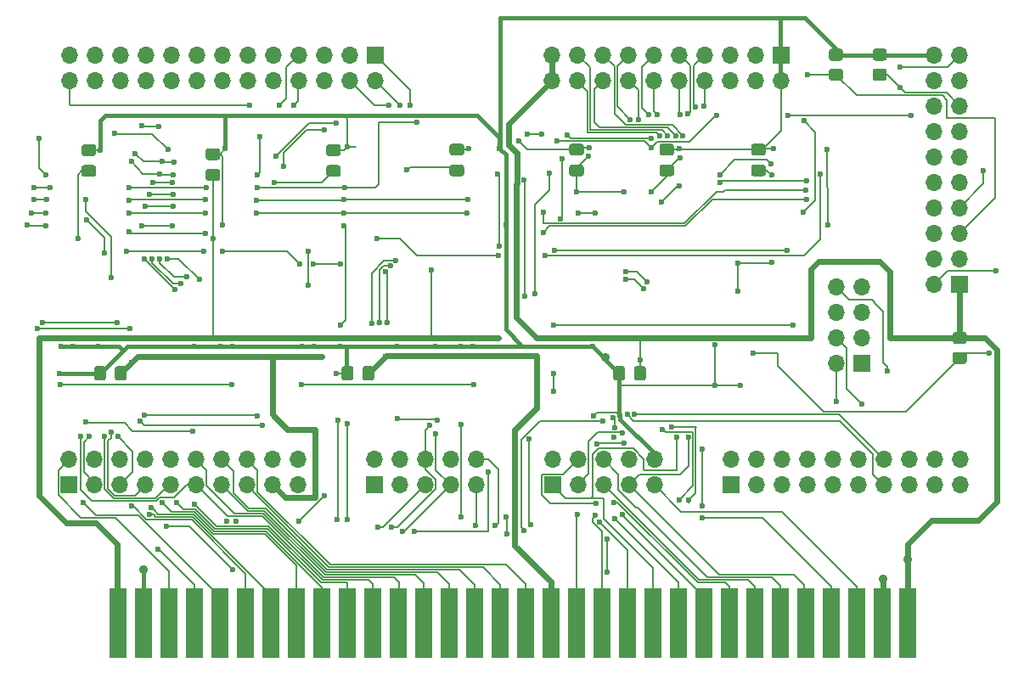
<source format=gbl>
G04 #@! TF.GenerationSoftware,KiCad,Pcbnew,(5.1.12-1-10_14)*
G04 #@! TF.CreationDate,2022-01-01T14:19:29-07:00*
G04 #@! TF.ProjectId,GenMemBlock,47656e4d-656d-4426-9c6f-636b2e6b6963,rev?*
G04 #@! TF.SameCoordinates,Original*
G04 #@! TF.FileFunction,Copper,L4,Bot*
G04 #@! TF.FilePolarity,Positive*
%FSLAX46Y46*%
G04 Gerber Fmt 4.6, Leading zero omitted, Abs format (unit mm)*
G04 Created by KiCad (PCBNEW (5.1.12-1-10_14)) date 2022-01-01 14:19:29*
%MOMM*%
%LPD*%
G01*
G04 APERTURE LIST*
G04 #@! TA.AperFunction,ComponentPad*
%ADD10O,1.700000X1.700000*%
G04 #@! TD*
G04 #@! TA.AperFunction,ComponentPad*
%ADD11R,1.700000X1.700000*%
G04 #@! TD*
G04 #@! TA.AperFunction,SMDPad,CuDef*
%ADD12R,1.778000X6.985000*%
G04 #@! TD*
G04 #@! TA.AperFunction,ViaPad*
%ADD13C,0.600000*%
G04 #@! TD*
G04 #@! TA.AperFunction,ViaPad*
%ADD14C,0.900000*%
G04 #@! TD*
G04 #@! TA.AperFunction,Conductor*
%ADD15C,0.127000*%
G04 #@! TD*
G04 #@! TA.AperFunction,Conductor*
%ADD16C,0.150000*%
G04 #@! TD*
G04 #@! TA.AperFunction,Conductor*
%ADD17C,0.600000*%
G04 #@! TD*
G04 #@! TA.AperFunction,Conductor*
%ADD18C,0.400000*%
G04 #@! TD*
G04 APERTURE END LIST*
D10*
X112268000Y-97282000D03*
X114808000Y-97282000D03*
X112268000Y-99822000D03*
X114808000Y-99822000D03*
X112268000Y-102362000D03*
X114808000Y-102362000D03*
X112268000Y-104902000D03*
D11*
X114808000Y-104902000D03*
D12*
X106680000Y-130810000D03*
X104140000Y-130810000D03*
X101600000Y-130810000D03*
X99060000Y-130810000D03*
X96520000Y-130810000D03*
X93980000Y-130810000D03*
X91440000Y-130810000D03*
X88900000Y-130810000D03*
X86360000Y-130810000D03*
X83820000Y-130810000D03*
X81280000Y-130810000D03*
X78740000Y-130810000D03*
X76200000Y-130810000D03*
X73660000Y-130810000D03*
X71120000Y-130810000D03*
X68580000Y-130810000D03*
X66040000Y-130810000D03*
X63500000Y-130810000D03*
X60960000Y-130810000D03*
X58420000Y-130810000D03*
X55880000Y-130810000D03*
X53340000Y-130810000D03*
X119380000Y-130810000D03*
X109220000Y-130810000D03*
X116840000Y-130810000D03*
X111760000Y-130810000D03*
X114300000Y-130810000D03*
X50800000Y-130810000D03*
X43180000Y-130810000D03*
X48260000Y-130810000D03*
X45720000Y-130810000D03*
X40640000Y-130810000D03*
G04 #@! TA.AperFunction,SMDPad,CuDef*
G36*
G01*
X124111599Y-103778000D02*
X125011601Y-103778000D01*
G75*
G02*
X125261600Y-104027999I0J-249999D01*
G01*
X125261600Y-104728001D01*
G75*
G02*
X125011601Y-104978000I-249999J0D01*
G01*
X124111599Y-104978000D01*
G75*
G02*
X123861600Y-104728001I0J249999D01*
G01*
X123861600Y-104027999D01*
G75*
G02*
X124111599Y-103778000I249999J0D01*
G01*
G37*
G04 #@! TD.AperFunction*
G04 #@! TA.AperFunction,SMDPad,CuDef*
G36*
G01*
X124111599Y-101778000D02*
X125011601Y-101778000D01*
G75*
G02*
X125261600Y-102027999I0J-249999D01*
G01*
X125261600Y-102728001D01*
G75*
G02*
X125011601Y-102978000I-249999J0D01*
G01*
X124111599Y-102978000D01*
G75*
G02*
X123861600Y-102728001I0J249999D01*
G01*
X123861600Y-102027999D01*
G75*
G02*
X124111599Y-101778000I249999J0D01*
G01*
G37*
G04 #@! TD.AperFunction*
D10*
X35789000Y-76690000D03*
X35789000Y-74150000D03*
X38329000Y-76690000D03*
X38329000Y-74150000D03*
X40869000Y-76690000D03*
X40869000Y-74150000D03*
X43409000Y-76690000D03*
X43409000Y-74150000D03*
X45949000Y-76690000D03*
X45949000Y-74150000D03*
X48489000Y-76690000D03*
X48489000Y-74150000D03*
X51029000Y-76690000D03*
X51029000Y-74150000D03*
X53569000Y-76690000D03*
X53569000Y-74150000D03*
X56109000Y-76690000D03*
X56109000Y-74150000D03*
X58649000Y-76690000D03*
X58649000Y-74150000D03*
X61189000Y-76690000D03*
X61189000Y-74150000D03*
X63729000Y-76690000D03*
X63729000Y-74150000D03*
X66269000Y-76690000D03*
D11*
X66269000Y-74150000D03*
G04 #@! TA.AperFunction,SMDPad,CuDef*
G36*
G01*
X38194000Y-84241000D02*
X37244000Y-84241000D01*
G75*
G02*
X36994000Y-83991000I0J250000D01*
G01*
X36994000Y-83316000D01*
G75*
G02*
X37244000Y-83066000I250000J0D01*
G01*
X38194000Y-83066000D01*
G75*
G02*
X38444000Y-83316000I0J-250000D01*
G01*
X38444000Y-83991000D01*
G75*
G02*
X38194000Y-84241000I-250000J0D01*
G01*
G37*
G04 #@! TD.AperFunction*
G04 #@! TA.AperFunction,SMDPad,CuDef*
G36*
G01*
X38194000Y-86316000D02*
X37244000Y-86316000D01*
G75*
G02*
X36994000Y-86066000I0J250000D01*
G01*
X36994000Y-85391000D01*
G75*
G02*
X37244000Y-85141000I250000J0D01*
G01*
X38194000Y-85141000D01*
G75*
G02*
X38444000Y-85391000I0J-250000D01*
G01*
X38444000Y-86066000D01*
G75*
G02*
X38194000Y-86316000I-250000J0D01*
G01*
G37*
G04 #@! TD.AperFunction*
D10*
X76327000Y-114503200D03*
X76327000Y-117043200D03*
X73787000Y-114503200D03*
X73787000Y-117043200D03*
X71247000Y-114503200D03*
X71247000Y-117043200D03*
X68707000Y-114503200D03*
X68707000Y-117043200D03*
X66167000Y-114503200D03*
D11*
X66167000Y-117043200D03*
G04 #@! TA.AperFunction,SMDPad,CuDef*
G36*
G01*
X74897000Y-84190200D02*
X73947000Y-84190200D01*
G75*
G02*
X73697000Y-83940200I0J250000D01*
G01*
X73697000Y-83265200D01*
G75*
G02*
X73947000Y-83015200I250000J0D01*
G01*
X74897000Y-83015200D01*
G75*
G02*
X75147000Y-83265200I0J-250000D01*
G01*
X75147000Y-83940200D01*
G75*
G02*
X74897000Y-84190200I-250000J0D01*
G01*
G37*
G04 #@! TD.AperFunction*
G04 #@! TA.AperFunction,SMDPad,CuDef*
G36*
G01*
X74897000Y-86265200D02*
X73947000Y-86265200D01*
G75*
G02*
X73697000Y-86015200I0J250000D01*
G01*
X73697000Y-85340200D01*
G75*
G02*
X73947000Y-85090200I250000J0D01*
G01*
X74897000Y-85090200D01*
G75*
G02*
X75147000Y-85340200I0J-250000D01*
G01*
X75147000Y-86015200D01*
G75*
G02*
X74897000Y-86265200I-250000J0D01*
G01*
G37*
G04 #@! TD.AperFunction*
G04 #@! TA.AperFunction,SMDPad,CuDef*
G36*
G01*
X94876600Y-85090200D02*
X95826600Y-85090200D01*
G75*
G02*
X96076600Y-85340200I0J-250000D01*
G01*
X96076600Y-86015200D01*
G75*
G02*
X95826600Y-86265200I-250000J0D01*
G01*
X94876600Y-86265200D01*
G75*
G02*
X94626600Y-86015200I0J250000D01*
G01*
X94626600Y-85340200D01*
G75*
G02*
X94876600Y-85090200I250000J0D01*
G01*
G37*
G04 #@! TD.AperFunction*
G04 #@! TA.AperFunction,SMDPad,CuDef*
G36*
G01*
X94876600Y-83015200D02*
X95826600Y-83015200D01*
G75*
G02*
X96076600Y-83265200I0J-250000D01*
G01*
X96076600Y-83940200D01*
G75*
G02*
X95826600Y-84190200I-250000J0D01*
G01*
X94876600Y-84190200D01*
G75*
G02*
X94626600Y-83940200I0J250000D01*
G01*
X94626600Y-83265200D01*
G75*
G02*
X94876600Y-83015200I250000J0D01*
G01*
G37*
G04 #@! TD.AperFunction*
G04 #@! TA.AperFunction,SMDPad,CuDef*
G36*
G01*
X92093200Y-106393000D02*
X92093200Y-105443000D01*
G75*
G02*
X92343200Y-105193000I250000J0D01*
G01*
X93018200Y-105193000D01*
G75*
G02*
X93268200Y-105443000I0J-250000D01*
G01*
X93268200Y-106393000D01*
G75*
G02*
X93018200Y-106643000I-250000J0D01*
G01*
X92343200Y-106643000D01*
G75*
G02*
X92093200Y-106393000I0J250000D01*
G01*
G37*
G04 #@! TD.AperFunction*
G04 #@! TA.AperFunction,SMDPad,CuDef*
G36*
G01*
X90018200Y-106393000D02*
X90018200Y-105443000D01*
G75*
G02*
X90268200Y-105193000I250000J0D01*
G01*
X90943200Y-105193000D01*
G75*
G02*
X91193200Y-105443000I0J-250000D01*
G01*
X91193200Y-106393000D01*
G75*
G02*
X90943200Y-106643000I-250000J0D01*
G01*
X90268200Y-106643000D01*
G75*
G02*
X90018200Y-106393000I0J250000D01*
G01*
G37*
G04 #@! TD.AperFunction*
G04 #@! TA.AperFunction,SMDPad,CuDef*
G36*
G01*
X40328000Y-106393000D02*
X40328000Y-105443000D01*
G75*
G02*
X40578000Y-105193000I250000J0D01*
G01*
X41253000Y-105193000D01*
G75*
G02*
X41503000Y-105443000I0J-250000D01*
G01*
X41503000Y-106393000D01*
G75*
G02*
X41253000Y-106643000I-250000J0D01*
G01*
X40578000Y-106643000D01*
G75*
G02*
X40328000Y-106393000I0J250000D01*
G01*
G37*
G04 #@! TD.AperFunction*
G04 #@! TA.AperFunction,SMDPad,CuDef*
G36*
G01*
X38253000Y-106393000D02*
X38253000Y-105443000D01*
G75*
G02*
X38503000Y-105193000I250000J0D01*
G01*
X39178000Y-105193000D01*
G75*
G02*
X39428000Y-105443000I0J-250000D01*
G01*
X39428000Y-106393000D01*
G75*
G02*
X39178000Y-106643000I-250000J0D01*
G01*
X38503000Y-106643000D01*
G75*
G02*
X38253000Y-106393000I0J250000D01*
G01*
G37*
G04 #@! TD.AperFunction*
G04 #@! TA.AperFunction,SMDPad,CuDef*
G36*
G01*
X65016800Y-106393000D02*
X65016800Y-105443000D01*
G75*
G02*
X65266800Y-105193000I250000J0D01*
G01*
X65941800Y-105193000D01*
G75*
G02*
X66191800Y-105443000I0J-250000D01*
G01*
X66191800Y-106393000D01*
G75*
G02*
X65941800Y-106643000I-250000J0D01*
G01*
X65266800Y-106643000D01*
G75*
G02*
X65016800Y-106393000I0J250000D01*
G01*
G37*
G04 #@! TD.AperFunction*
G04 #@! TA.AperFunction,SMDPad,CuDef*
G36*
G01*
X62941800Y-106393000D02*
X62941800Y-105443000D01*
G75*
G02*
X63191800Y-105193000I250000J0D01*
G01*
X63866800Y-105193000D01*
G75*
G02*
X64116800Y-105443000I0J-250000D01*
G01*
X64116800Y-106393000D01*
G75*
G02*
X63866800Y-106643000I-250000J0D01*
G01*
X63191800Y-106643000D01*
G75*
G02*
X62941800Y-106393000I0J250000D01*
G01*
G37*
G04 #@! TD.AperFunction*
G04 #@! TA.AperFunction,SMDPad,CuDef*
G36*
G01*
X85885000Y-85090200D02*
X86835000Y-85090200D01*
G75*
G02*
X87085000Y-85340200I0J-250000D01*
G01*
X87085000Y-86015200D01*
G75*
G02*
X86835000Y-86265200I-250000J0D01*
G01*
X85885000Y-86265200D01*
G75*
G02*
X85635000Y-86015200I0J250000D01*
G01*
X85635000Y-85340200D01*
G75*
G02*
X85885000Y-85090200I250000J0D01*
G01*
G37*
G04 #@! TD.AperFunction*
G04 #@! TA.AperFunction,SMDPad,CuDef*
G36*
G01*
X85885000Y-83015200D02*
X86835000Y-83015200D01*
G75*
G02*
X87085000Y-83265200I0J-250000D01*
G01*
X87085000Y-83940200D01*
G75*
G02*
X86835000Y-84190200I-250000J0D01*
G01*
X85885000Y-84190200D01*
G75*
G02*
X85635000Y-83940200I0J250000D01*
G01*
X85635000Y-83265200D01*
G75*
G02*
X85885000Y-83015200I250000J0D01*
G01*
G37*
G04 #@! TD.AperFunction*
G04 #@! TA.AperFunction,SMDPad,CuDef*
G36*
G01*
X104970600Y-84190200D02*
X104020600Y-84190200D01*
G75*
G02*
X103770600Y-83940200I0J250000D01*
G01*
X103770600Y-83265200D01*
G75*
G02*
X104020600Y-83015200I250000J0D01*
G01*
X104970600Y-83015200D01*
G75*
G02*
X105220600Y-83265200I0J-250000D01*
G01*
X105220600Y-83940200D01*
G75*
G02*
X104970600Y-84190200I-250000J0D01*
G01*
G37*
G04 #@! TD.AperFunction*
G04 #@! TA.AperFunction,SMDPad,CuDef*
G36*
G01*
X104970600Y-86265200D02*
X104020600Y-86265200D01*
G75*
G02*
X103770600Y-86015200I0J250000D01*
G01*
X103770600Y-85340200D01*
G75*
G02*
X104020600Y-85090200I250000J0D01*
G01*
X104970600Y-85090200D01*
G75*
G02*
X105220600Y-85340200I0J-250000D01*
G01*
X105220600Y-86015200D01*
G75*
G02*
X104970600Y-86265200I-250000J0D01*
G01*
G37*
G04 #@! TD.AperFunction*
G04 #@! TA.AperFunction,SMDPad,CuDef*
G36*
G01*
X50576500Y-84640000D02*
X49626500Y-84640000D01*
G75*
G02*
X49376500Y-84390000I0J250000D01*
G01*
X49376500Y-83715000D01*
G75*
G02*
X49626500Y-83465000I250000J0D01*
G01*
X50576500Y-83465000D01*
G75*
G02*
X50826500Y-83715000I0J-250000D01*
G01*
X50826500Y-84390000D01*
G75*
G02*
X50576500Y-84640000I-250000J0D01*
G01*
G37*
G04 #@! TD.AperFunction*
G04 #@! TA.AperFunction,SMDPad,CuDef*
G36*
G01*
X50576500Y-86715000D02*
X49626500Y-86715000D01*
G75*
G02*
X49376500Y-86465000I0J250000D01*
G01*
X49376500Y-85790000D01*
G75*
G02*
X49626500Y-85540000I250000J0D01*
G01*
X50576500Y-85540000D01*
G75*
G02*
X50826500Y-85790000I0J-250000D01*
G01*
X50826500Y-86465000D01*
G75*
G02*
X50576500Y-86715000I-250000J0D01*
G01*
G37*
G04 #@! TD.AperFunction*
G04 #@! TA.AperFunction,SMDPad,CuDef*
G36*
G01*
X62590700Y-84241000D02*
X61640700Y-84241000D01*
G75*
G02*
X61390700Y-83991000I0J250000D01*
G01*
X61390700Y-83316000D01*
G75*
G02*
X61640700Y-83066000I250000J0D01*
G01*
X62590700Y-83066000D01*
G75*
G02*
X62840700Y-83316000I0J-250000D01*
G01*
X62840700Y-83991000D01*
G75*
G02*
X62590700Y-84241000I-250000J0D01*
G01*
G37*
G04 #@! TD.AperFunction*
G04 #@! TA.AperFunction,SMDPad,CuDef*
G36*
G01*
X62590700Y-86316000D02*
X61640700Y-86316000D01*
G75*
G02*
X61390700Y-86066000I0J250000D01*
G01*
X61390700Y-85391000D01*
G75*
G02*
X61640700Y-85141000I250000J0D01*
G01*
X62590700Y-85141000D01*
G75*
G02*
X62840700Y-85391000I0J-250000D01*
G01*
X62840700Y-86066000D01*
G75*
G02*
X62590700Y-86316000I-250000J0D01*
G01*
G37*
G04 #@! TD.AperFunction*
D10*
X94107000Y-114503200D03*
X94107000Y-117043200D03*
X91567000Y-114503200D03*
X91567000Y-117043200D03*
X89027000Y-114503200D03*
X89027000Y-117043200D03*
X86487000Y-114503200D03*
X86487000Y-117043200D03*
X83947000Y-114503200D03*
D11*
X83947000Y-117043200D03*
D10*
X124587000Y-114503200D03*
X124587000Y-117043200D03*
X122047000Y-114503200D03*
X122047000Y-117043200D03*
X119507000Y-114503200D03*
X119507000Y-117043200D03*
X116967000Y-114503200D03*
X116967000Y-117043200D03*
X114427000Y-114503200D03*
X114427000Y-117043200D03*
X111887000Y-114503200D03*
X111887000Y-117043200D03*
X109347000Y-114503200D03*
X109347000Y-117043200D03*
X106807000Y-114503200D03*
X106807000Y-117043200D03*
X104267000Y-114503200D03*
X104267000Y-117043200D03*
X101727000Y-114503200D03*
D11*
X101727000Y-117043200D03*
D10*
X58572400Y-114503200D03*
X58572400Y-117043200D03*
X56032400Y-114503200D03*
X56032400Y-117043200D03*
X53492400Y-114503200D03*
X53492400Y-117043200D03*
X50952400Y-114503200D03*
X50952400Y-117043200D03*
X48412400Y-114503200D03*
X48412400Y-117043200D03*
X45872400Y-114503200D03*
X45872400Y-117043200D03*
X43332400Y-114503200D03*
X43332400Y-117043200D03*
X40792400Y-114503200D03*
X40792400Y-117043200D03*
X38252400Y-114503200D03*
X38252400Y-117043200D03*
X35712400Y-114503200D03*
D11*
X35712400Y-117043200D03*
D10*
X83921600Y-76690000D03*
X83921600Y-74150000D03*
X86461600Y-76690000D03*
X86461600Y-74150000D03*
X89001600Y-76690000D03*
X89001600Y-74150000D03*
X91541600Y-76690000D03*
X91541600Y-74150000D03*
X94081600Y-76690000D03*
X94081600Y-74150000D03*
X96621600Y-76690000D03*
X96621600Y-74150000D03*
X99161600Y-76690000D03*
X99161600Y-74150000D03*
X101701600Y-76690000D03*
X101701600Y-74150000D03*
X104241600Y-76690000D03*
X104241600Y-74150000D03*
X106781600Y-76690000D03*
D11*
X106781600Y-74150000D03*
D10*
X122037000Y-74140000D03*
X124577000Y-74140000D03*
X122037000Y-76680000D03*
X124577000Y-76680000D03*
X122037000Y-79220000D03*
X124577000Y-79220000D03*
X122037000Y-81760000D03*
X124577000Y-81760000D03*
X122037000Y-84300000D03*
X124577000Y-84300000D03*
X122037000Y-86840000D03*
X124577000Y-86840000D03*
X122037000Y-89380000D03*
X124577000Y-89380000D03*
X122037000Y-91920000D03*
X124577000Y-91920000D03*
X122037000Y-94460000D03*
X124577000Y-94460000D03*
X122037000Y-97000000D03*
D11*
X124577000Y-97000000D03*
G04 #@! TA.AperFunction,SMDPad,CuDef*
G36*
G01*
X112667201Y-74733200D02*
X111767199Y-74733200D01*
G75*
G02*
X111517200Y-74483201I0J249999D01*
G01*
X111517200Y-73783199D01*
G75*
G02*
X111767199Y-73533200I249999J0D01*
G01*
X112667201Y-73533200D01*
G75*
G02*
X112917200Y-73783199I0J-249999D01*
G01*
X112917200Y-74483201D01*
G75*
G02*
X112667201Y-74733200I-249999J0D01*
G01*
G37*
G04 #@! TD.AperFunction*
G04 #@! TA.AperFunction,SMDPad,CuDef*
G36*
G01*
X112667201Y-76733200D02*
X111767199Y-76733200D01*
G75*
G02*
X111517200Y-76483201I0J249999D01*
G01*
X111517200Y-75783199D01*
G75*
G02*
X111767199Y-75533200I249999J0D01*
G01*
X112667201Y-75533200D01*
G75*
G02*
X112917200Y-75783199I0J-249999D01*
G01*
X112917200Y-76483201D01*
G75*
G02*
X112667201Y-76733200I-249999J0D01*
G01*
G37*
G04 #@! TD.AperFunction*
G04 #@! TA.AperFunction,SMDPad,CuDef*
G36*
G01*
X117036001Y-74733200D02*
X116135999Y-74733200D01*
G75*
G02*
X115886000Y-74483201I0J249999D01*
G01*
X115886000Y-73783199D01*
G75*
G02*
X116135999Y-73533200I249999J0D01*
G01*
X117036001Y-73533200D01*
G75*
G02*
X117286000Y-73783199I0J-249999D01*
G01*
X117286000Y-74483201D01*
G75*
G02*
X117036001Y-74733200I-249999J0D01*
G01*
G37*
G04 #@! TD.AperFunction*
G04 #@! TA.AperFunction,SMDPad,CuDef*
G36*
G01*
X117036001Y-76733200D02*
X116135999Y-76733200D01*
G75*
G02*
X115886000Y-76483201I0J249999D01*
G01*
X115886000Y-75783199D01*
G75*
G02*
X116135999Y-75533200I249999J0D01*
G01*
X117036001Y-75533200D01*
G75*
G02*
X117286000Y-75783199I0J-249999D01*
G01*
X117286000Y-76483201D01*
G75*
G02*
X117036001Y-76733200I-249999J0D01*
G01*
G37*
G04 #@! TD.AperFunction*
D13*
X94640400Y-82194400D03*
X105714808Y-85039200D03*
X100634800Y-86105996D03*
X93544631Y-80094187D03*
X94437200Y-80094187D03*
X91729436Y-80602209D03*
X92506800Y-80602209D03*
X96977200Y-82194400D03*
X96250189Y-82193269D03*
X95453200Y-82194400D03*
X88239600Y-89966800D03*
X86512400Y-89966800D03*
X96674349Y-80096035D03*
X81178398Y-98229765D03*
X81127600Y-86614000D03*
X82245200Y-97975754D03*
X83667600Y-85953600D03*
X82905600Y-82042000D03*
X81432400Y-82042000D03*
X98241448Y-79346620D03*
X93037031Y-97457523D03*
X91276803Y-96531600D03*
X99060000Y-79298800D03*
X93379157Y-96816043D03*
X91290150Y-95804711D03*
X97485200Y-80060800D03*
X36626800Y-92456000D03*
X82346800Y-102362000D03*
X82346800Y-104140000D03*
X67310000Y-104241600D03*
X60960014Y-104241600D03*
X35509200Y-102362000D03*
X36830000Y-102362000D03*
X41249600Y-102362000D03*
X45669200Y-102362000D03*
X50139600Y-102362000D03*
X51460400Y-102362000D03*
X41971550Y-104861950D03*
X45720000Y-104241600D03*
X50698400Y-104241600D03*
X69748400Y-104140000D03*
X74879200Y-104140000D03*
X75539600Y-102362000D03*
X74218800Y-102362000D03*
X92680700Y-104575700D03*
X93167200Y-102362000D03*
X87376000Y-102362000D03*
X102057200Y-102362000D03*
X97637600Y-102362000D03*
X78536800Y-102412800D03*
X50088800Y-92506800D03*
X59639200Y-93776800D03*
X59639200Y-97129600D03*
X69799200Y-102362000D03*
X56184800Y-86868000D03*
X69410290Y-85648802D03*
X86360000Y-87782400D03*
X87579200Y-84226400D03*
X93776800Y-87833200D03*
X71882000Y-95605600D03*
X102412800Y-94894400D03*
X102412800Y-97704277D03*
X105816400Y-94843600D03*
X91135200Y-87832700D03*
X80400598Y-86969600D03*
X96672404Y-84429600D03*
X105816400Y-86156798D03*
D14*
X119380000Y-124460000D03*
D13*
X81584800Y-112471200D03*
X81798976Y-120975918D03*
X81127600Y-121564400D03*
X89020952Y-110648648D03*
X91405253Y-110035053D03*
X92132264Y-110036183D03*
X90007937Y-110332355D03*
X90079947Y-112294378D03*
X90161829Y-111313366D03*
X90938410Y-111860597D03*
X90932000Y-120007013D03*
X96570800Y-118567200D03*
X94945200Y-111506000D03*
X88639573Y-120707106D03*
X97536000Y-118567200D03*
X95853882Y-111279580D03*
X86441779Y-119950058D03*
X96316800Y-112301310D03*
X90077157Y-118812443D03*
X91084400Y-112895090D03*
X88375370Y-112925133D03*
X88307890Y-118854510D03*
X97502679Y-112301310D03*
X98856800Y-113487200D03*
X98856800Y-119176800D03*
X98856800Y-120345200D03*
X90158277Y-120413446D03*
X88255973Y-120089532D03*
X118584690Y-77368400D03*
X109224800Y-87625200D03*
X83058000Y-89814400D03*
X49377600Y-89916000D03*
X54457600Y-89916000D03*
X63195200Y-89916000D03*
X41724279Y-89916000D03*
X108966000Y-89865200D03*
X75438000Y-89916002D03*
X93776800Y-82448400D03*
X109016800Y-80721200D03*
X84937600Y-84480400D03*
X85445600Y-82143600D03*
X84785200Y-90492279D03*
X128219200Y-95656400D03*
X54762400Y-82346800D03*
X54508400Y-86106000D03*
X51308000Y-83515200D03*
X38825300Y-83653500D03*
X60198000Y-103225600D03*
X59029600Y-103225600D03*
X36169600Y-103225600D03*
X34950400Y-103225600D03*
X50850800Y-103225600D03*
X52070000Y-103225600D03*
X48260000Y-103225600D03*
X38709600Y-103225600D03*
X72339200Y-103225600D03*
X62382400Y-105968800D03*
X62788800Y-103225600D03*
X76047600Y-103225600D03*
X74828400Y-103225600D03*
X100134500Y-107078700D03*
X51028600Y-91109802D03*
X63491242Y-83320756D03*
X62839600Y-101092000D03*
X63195199Y-91186000D03*
X106019600Y-83515200D03*
X75641200Y-83515200D03*
X87630000Y-83413600D03*
X96621600Y-83464398D03*
X111404400Y-91135200D03*
X111353600Y-83566000D03*
X80568800Y-82753200D03*
X68478400Y-103225600D03*
X88087200Y-110134400D03*
X102666800Y-107086400D03*
D14*
X43180000Y-125487800D03*
D13*
X34798000Y-105918002D03*
D14*
X116890800Y-126441200D03*
X89204767Y-104343233D03*
D13*
X87941435Y-103253735D03*
X90678423Y-110051294D03*
X100126800Y-103089010D03*
X79298802Y-91135200D03*
X78689198Y-83515200D03*
X49428400Y-87376000D03*
X54508400Y-87376000D03*
X63246000Y-87376004D03*
X70459600Y-80873600D03*
X109372400Y-76149200D03*
X41724279Y-87376000D03*
X53797200Y-79197200D03*
X46075600Y-91186000D03*
X43010110Y-91186000D03*
X46177200Y-89255600D03*
X43383200Y-89255600D03*
X44704000Y-81330800D03*
X43018843Y-81237957D03*
X46126400Y-88087200D03*
X43738800Y-88087200D03*
X46278800Y-97536000D03*
X43281600Y-94488000D03*
X46075600Y-86868000D03*
X44094402Y-86868000D03*
X46926500Y-96939100D03*
X44061572Y-94476586D03*
X46126400Y-86106000D03*
X44754800Y-86004400D03*
X41960800Y-84785200D03*
X44788490Y-94488314D03*
X47488005Y-96312390D03*
X46193011Y-84836000D03*
X45077090Y-84785200D03*
X42349710Y-83972400D03*
X48768000Y-96570800D03*
X45567600Y-94488000D03*
X45593000Y-83591400D03*
X40335200Y-81991200D03*
X62382400Y-80939410D03*
X56388000Y-84277210D03*
X61214000Y-81635600D03*
X57150000Y-85293200D03*
X56692800Y-79197200D03*
X58166000Y-79197200D03*
X33477200Y-91186000D03*
X31597600Y-91135200D03*
X33477200Y-89916000D03*
X32037310Y-89916000D03*
X39306500Y-93891100D03*
X32291321Y-88544399D03*
X33526344Y-88595200D03*
X37490396Y-90576400D03*
X39941500Y-96405700D03*
X37388800Y-88595200D03*
X33832812Y-87376000D03*
X32291313Y-87372986D03*
X40538400Y-100838000D03*
X33104110Y-100838000D03*
X33426388Y-86106000D03*
X32799343Y-82499200D03*
X41846500Y-101434900D03*
X32613600Y-101447604D03*
X93801700Y-83387700D03*
X84378800Y-82753200D03*
X100330000Y-80162400D03*
X119735600Y-80162400D03*
X107442000Y-80162400D03*
X109270800Y-86715600D03*
X118584690Y-75336400D03*
X100634800Y-86918800D03*
X48056800Y-111658400D03*
X37401500Y-110782100D03*
X36880800Y-112166400D03*
X39301229Y-112228616D03*
X46478740Y-118766790D03*
X39928800Y-111810800D03*
X43942000Y-119278400D03*
X40629225Y-112238796D03*
X41960798Y-119176800D03*
X37795200Y-112166400D03*
X44653200Y-123444001D03*
X42844639Y-110714136D03*
X55026194Y-111136895D03*
X52373190Y-120667457D03*
X43250560Y-110110999D03*
X54559198Y-110134400D03*
X51511421Y-120667457D03*
X37185600Y-118821200D03*
X43738800Y-120007090D03*
X45019495Y-118787890D03*
X48266217Y-118991046D03*
X72440800Y-110617000D03*
X68529200Y-110439200D03*
X78249490Y-121107200D03*
X76301600Y-121107200D03*
X77571600Y-115722400D03*
X70205600Y-121716800D03*
X72288400Y-111963208D03*
X69037200Y-121666000D03*
X71736943Y-111073657D03*
X67861076Y-121275411D03*
X66540905Y-121275411D03*
X74828400Y-111048800D03*
X74828400Y-120276932D03*
X49377599Y-88595199D03*
X54457600Y-88646000D03*
X63195200Y-88595200D03*
X41724279Y-88646000D03*
X75488800Y-88595200D03*
X109270800Y-88595200D03*
X83058000Y-91846400D03*
X67614800Y-79197200D03*
X67441159Y-100889084D03*
X67324557Y-95737312D03*
X68732400Y-79197200D03*
X66714158Y-100884994D03*
X67816708Y-95202211D03*
X34861500Y-107048300D03*
X51968400Y-107035600D03*
X58928000Y-107035600D03*
X76098400Y-107035600D03*
X103936800Y-103886000D03*
X127506417Y-103887582D03*
X126949200Y-85699600D03*
X69748400Y-79197200D03*
X65938402Y-100939600D03*
X68329916Y-94687270D03*
X62534800Y-110591600D03*
X62484000Y-120530943D03*
X63500000Y-110947200D03*
X79451200Y-121970800D03*
X63500000Y-120530943D03*
X79349600Y-120276932D03*
X66497200Y-92456000D03*
X78587600Y-94183200D03*
X83261203Y-94183203D03*
X110675710Y-86055202D03*
X107340400Y-93624400D03*
X84175600Y-93624400D03*
X78638400Y-93268800D03*
X78468590Y-86055200D03*
X49326802Y-91948000D03*
X41775079Y-91795600D03*
X41452800Y-93726000D03*
X49174400Y-93726000D03*
X51054000Y-93726000D03*
X58724800Y-94996000D03*
X60131323Y-94996000D03*
X62806290Y-94995991D03*
X94792800Y-88849200D03*
X96570800Y-87223600D03*
X117348000Y-105664000D03*
X114808000Y-108966000D03*
X89408000Y-122428000D03*
X89408000Y-125730000D03*
X112268000Y-108712000D03*
X61214000Y-118110000D03*
X58674000Y-120650000D03*
X45466000Y-121158000D03*
X52070000Y-125476000D03*
X84074000Y-107696000D03*
X84074000Y-105918000D03*
X84074000Y-101092000D03*
X107950000Y-101092000D03*
D15*
X86327200Y-76690000D02*
X87426800Y-77789600D01*
X87426800Y-77789600D02*
X87426800Y-81889600D01*
X94340401Y-81894401D02*
X94640400Y-82194400D01*
X87431601Y-81894401D02*
X94340401Y-81894401D01*
X87426800Y-81889600D02*
X87431601Y-81894401D01*
X105714808Y-85039200D02*
X105298022Y-84622414D01*
X102118382Y-84622414D02*
X100634800Y-86105996D01*
X105298022Y-84622414D02*
X102118382Y-84622414D01*
X92862400Y-75369200D02*
X94081600Y-74150000D01*
X92862400Y-79411956D02*
X92862400Y-75369200D01*
X93544631Y-80094187D02*
X92862400Y-79411956D01*
X94081600Y-79738587D02*
X94437200Y-80094187D01*
X94081600Y-76690000D02*
X94081600Y-79738587D01*
X90424000Y-75267600D02*
X91541600Y-74150000D01*
X90424000Y-79296773D02*
X90424000Y-75267600D01*
X91729436Y-80602209D02*
X90424000Y-79296773D01*
X92506800Y-77655200D02*
X91541600Y-76690000D01*
X92506800Y-80602209D02*
X92506800Y-77655200D01*
X90170000Y-80019138D02*
X91278440Y-81127578D01*
X91278440Y-81127578D02*
X95910378Y-81127578D01*
X95910378Y-81127578D02*
X96977200Y-82194400D01*
X90170000Y-75318400D02*
X90170000Y-80019138D01*
X89001600Y-74150000D02*
X90170000Y-75318400D01*
X89001600Y-76690000D02*
X88151601Y-77539999D01*
X88151601Y-77539999D02*
X88151601Y-80864474D01*
X95438509Y-81381589D02*
X96250189Y-82193269D01*
X88668716Y-81381589D02*
X95438509Y-81381589D01*
X88151601Y-80864474D02*
X88668716Y-81381589D01*
X87680802Y-75369202D02*
X87680802Y-81635600D01*
X87680802Y-81635600D02*
X94894400Y-81635600D01*
X94894400Y-81635600D02*
X95453200Y-82194400D01*
X86461600Y-74150000D02*
X87680802Y-75369202D01*
X88239600Y-89966800D02*
X86512400Y-89966800D01*
X86512400Y-89966800D02*
X86563200Y-89966800D01*
X96621600Y-80043286D02*
X96674349Y-80096035D01*
X96621600Y-76690000D02*
X96621600Y-80043286D01*
X81178398Y-86664798D02*
X81127600Y-86614000D01*
X81178398Y-98229765D02*
X81178398Y-86664798D01*
X83667600Y-87630000D02*
X83667600Y-85953600D01*
X82245200Y-89052400D02*
X83667600Y-87630000D01*
X82245200Y-97975754D02*
X82245200Y-89052400D01*
X82905600Y-82042000D02*
X81432400Y-82042000D01*
X81432400Y-82042000D02*
X81432400Y-82042000D01*
X98077310Y-79182482D02*
X98241448Y-79346620D01*
X99161600Y-74150000D02*
X98077310Y-75234290D01*
X98077310Y-75234290D02*
X98077310Y-79182482D01*
X93037031Y-97457523D02*
X92111108Y-96531600D01*
X92111108Y-96531600D02*
X91276803Y-96531600D01*
X99161600Y-76690000D02*
X99161600Y-79197200D01*
X99161600Y-79197200D02*
X99060000Y-79298800D01*
X92367825Y-95804711D02*
X91290150Y-95804711D01*
X93379157Y-96816043D02*
X92367825Y-95804711D01*
X96621600Y-74150000D02*
X97688400Y-75216800D01*
X97688400Y-79857600D02*
X97485200Y-80060800D01*
X97688400Y-75216800D02*
X97688400Y-79857600D01*
D16*
X50088800Y-86140200D02*
X50101500Y-86127500D01*
X36626800Y-92456000D02*
X36626800Y-92456000D01*
D17*
X82346800Y-102362000D02*
X82346800Y-102362000D01*
D15*
X92680700Y-102492900D02*
X92811600Y-102362000D01*
X92680700Y-105918000D02*
X92680700Y-104575700D01*
D17*
X92811600Y-102362000D02*
X88696800Y-102362000D01*
X67382300Y-104140000D02*
X67310000Y-104241600D01*
X82346800Y-104140000D02*
X74879200Y-104140000D01*
X67310000Y-104241600D02*
X65604300Y-105918000D01*
X42591900Y-104241600D02*
X41971550Y-104861950D01*
X56032400Y-104241600D02*
X50698400Y-104241600D01*
X60299600Y-118313200D02*
X60299600Y-111506000D01*
X56032400Y-110032800D02*
X56032400Y-104241600D01*
X60292599Y-118320201D02*
X60299600Y-118313200D01*
X57309401Y-118320201D02*
X60292599Y-118320201D01*
X60299600Y-111506000D02*
X57505600Y-111506000D01*
X57505600Y-111506000D02*
X56032400Y-110032800D01*
X56032400Y-117043200D02*
X57309401Y-118320201D01*
X56032400Y-104241600D02*
X60960014Y-104241600D01*
X35509200Y-102362000D02*
X35509200Y-102362000D01*
X36830000Y-102362000D02*
X35509200Y-102362000D01*
X41249600Y-102362000D02*
X36830000Y-102362000D01*
X45669200Y-102362000D02*
X41249600Y-102362000D01*
X50139600Y-102362000D02*
X45669200Y-102362000D01*
X51460400Y-102362000D02*
X50139600Y-102362000D01*
X41971550Y-104861950D02*
X40915500Y-105918000D01*
X45720000Y-104241600D02*
X42591900Y-104241600D01*
X50698400Y-104241600D02*
X45720000Y-104241600D01*
X69748400Y-104140000D02*
X67382300Y-104140000D01*
X74879200Y-104140000D02*
X69748400Y-104140000D01*
X75539600Y-102362000D02*
X74218800Y-102362000D01*
D15*
X92680700Y-104575700D02*
X92680700Y-102492900D01*
D17*
X93167200Y-102362000D02*
X92811600Y-102362000D01*
X88696800Y-102362000D02*
X87376000Y-102362000D01*
X87376000Y-102362000D02*
X82346800Y-102362000D01*
X97637600Y-102362000D02*
X93167200Y-102362000D01*
X83921600Y-74150000D02*
X83921600Y-76690000D01*
X75539600Y-102362000D02*
X78486000Y-102362000D01*
X78486000Y-102362000D02*
X78536800Y-102412800D01*
D16*
X36626800Y-86095700D02*
X36626800Y-92456000D01*
X36994000Y-85728500D02*
X36626800Y-86095700D01*
X37719000Y-85728500D02*
X36994000Y-85728500D01*
D15*
X50088800Y-92506800D02*
X50101500Y-92494100D01*
X50088800Y-102311200D02*
X50139600Y-102362000D01*
X50101500Y-86127500D02*
X50088800Y-92506800D01*
X50088800Y-92506800D02*
X50088800Y-102311200D01*
X59639200Y-93776800D02*
X59639200Y-93776800D01*
X59639200Y-93776800D02*
X59639200Y-97129600D01*
X59639200Y-97129600D02*
X59639200Y-97129600D01*
D17*
X69799200Y-102362000D02*
X51460400Y-102362000D01*
D15*
X62115700Y-85728500D02*
X61832800Y-85445600D01*
X60976200Y-86868000D02*
X56184800Y-86868000D01*
X62115700Y-85728500D02*
X60976200Y-86868000D01*
X104881600Y-85677700D02*
X104981700Y-85677700D01*
X104881600Y-85677700D02*
X104881600Y-85933200D01*
X102412800Y-96977200D02*
X102412800Y-96977200D01*
D17*
X74218800Y-102362000D02*
X71628000Y-102362000D01*
X71628000Y-102362000D02*
X69799200Y-102362000D01*
D15*
X69449680Y-85677700D02*
X69439188Y-85677700D01*
X69439188Y-85677700D02*
X69410290Y-85648802D01*
X69732580Y-85394800D02*
X69449680Y-85677700D01*
X74139100Y-85394800D02*
X69732580Y-85394800D01*
X74422000Y-85677700D02*
X74139100Y-85394800D01*
X86360000Y-85677700D02*
X86360000Y-87782400D01*
X86360000Y-87782400D02*
X86360000Y-87782400D01*
X86360000Y-85677700D02*
X86360000Y-85496400D01*
X86360000Y-85677700D02*
X86360000Y-85445600D01*
X86360000Y-85445600D02*
X87579200Y-84226400D01*
X87579200Y-84226400D02*
X87579200Y-84226400D01*
X95351600Y-85677700D02*
X95351600Y-86258400D01*
X95351600Y-86258400D02*
X93776800Y-87833200D01*
X93776800Y-87833200D02*
X93776800Y-87833200D01*
X71882000Y-96029864D02*
X71882000Y-95605600D01*
X71628000Y-102362000D02*
X71882000Y-102108000D01*
X71882000Y-102108000D02*
X71882000Y-96029864D01*
X102412800Y-97704277D02*
X102412800Y-94894400D01*
X102412800Y-94894400D02*
X105765600Y-94894400D01*
X105765600Y-94894400D02*
X105816400Y-94843600D01*
X95351600Y-85677700D02*
X96599700Y-84429600D01*
X96599700Y-84429600D02*
X96672404Y-84429600D01*
X105794500Y-86134898D02*
X105816400Y-86156798D01*
X104495600Y-85677700D02*
X105337302Y-85677700D01*
X105337302Y-85677700D02*
X105816400Y-86156798D01*
X91084900Y-87782400D02*
X91135200Y-87832700D01*
X86360000Y-87782400D02*
X91084900Y-87782400D01*
D17*
X80314800Y-87055398D02*
X80400598Y-86969600D01*
X80314800Y-100330000D02*
X80314800Y-87055398D01*
X82346800Y-102362000D02*
X80314800Y-100330000D01*
X124561600Y-100634800D02*
X124561600Y-102378000D01*
X124577000Y-97000000D02*
X124561600Y-100634800D01*
X82346800Y-104140000D02*
X82346800Y-109372400D01*
X80197399Y-123094899D02*
X83820000Y-126717500D01*
X83820000Y-126717500D02*
X83820000Y-130810000D01*
X80197399Y-111521801D02*
X80197399Y-123094899D01*
X82346800Y-109372400D02*
X80197399Y-111521801D01*
X102057200Y-102362000D02*
X97637600Y-102362000D01*
X40212990Y-130382990D02*
X40640000Y-130382990D01*
X40589200Y-130006780D02*
X40212990Y-130382990D01*
X38455600Y-120802400D02*
X40589200Y-122936000D01*
X35458400Y-120802400D02*
X38455600Y-120802400D01*
X32766000Y-118110000D02*
X35458400Y-120802400D01*
X35509200Y-102362000D02*
X32766000Y-102362000D01*
X32766000Y-102362000D02*
X32766000Y-118110000D01*
X40589200Y-122936000D02*
X40589200Y-130006780D01*
X80400598Y-83949281D02*
X80400598Y-86969600D01*
X79603600Y-83152283D02*
X80400598Y-83949281D01*
X79603600Y-81008000D02*
X79603600Y-83152283D01*
X83921600Y-76690000D02*
X79603600Y-81008000D01*
X124545600Y-102362000D02*
X124561600Y-102378000D01*
X117602000Y-95758000D02*
X117602000Y-102362000D01*
X116586000Y-94742000D02*
X117602000Y-95758000D01*
X109728000Y-102362000D02*
X109728000Y-95504000D01*
X110490000Y-94742000D02*
X116586000Y-94742000D01*
X117602000Y-102362000D02*
X124545600Y-102362000D01*
X109728000Y-95504000D02*
X110490000Y-94742000D01*
X102057200Y-102362000D02*
X109728000Y-102362000D01*
X119380000Y-124460000D02*
X119380000Y-130860800D01*
X121716800Y-120599200D02*
X119380000Y-122936000D01*
X128233418Y-118756182D02*
X126390400Y-120599200D01*
X119380000Y-122936000D02*
X119380000Y-126441200D01*
X126390400Y-120599200D02*
X121716800Y-120599200D01*
X128233418Y-103538621D02*
X128233418Y-118756182D01*
X127072797Y-102378000D02*
X128233418Y-103538621D01*
X124561600Y-102378000D02*
X127072797Y-102378000D01*
D15*
X81584800Y-119735600D02*
X81584800Y-119735600D01*
X81584800Y-112471200D02*
X81584800Y-120761742D01*
X81584800Y-120761742D02*
X81798976Y-120975918D01*
X80827601Y-112502457D02*
X82681410Y-110648648D01*
X81127600Y-121564400D02*
X80827601Y-121264401D01*
X80827601Y-121264401D02*
X80827601Y-112502457D01*
X82681410Y-110648648D02*
X89020952Y-110648648D01*
X115926499Y-116002699D02*
X115926499Y-114003759D01*
X116967000Y-117043200D02*
X115926499Y-116002699D01*
X112577829Y-110655089D02*
X92025289Y-110655089D01*
X92025289Y-110655089D02*
X91405253Y-110035053D01*
X115926499Y-114003759D02*
X112577829Y-110655089D01*
X112499983Y-110036183D02*
X92132264Y-110036183D01*
X116967000Y-114503200D02*
X112499983Y-110036183D01*
X90170000Y-110494418D02*
X90170000Y-111305195D01*
X90170000Y-111305195D02*
X90161829Y-111313366D01*
X90007937Y-110332355D02*
X90170000Y-110494418D01*
X114300000Y-127190500D02*
X114300000Y-130810000D01*
X106845100Y-119735600D02*
X114300000Y-127190500D01*
X96799400Y-119735600D02*
X106845100Y-119735600D01*
X94107000Y-117043200D02*
X96799400Y-119735600D01*
X106680000Y-127101600D02*
X106680000Y-130810000D01*
X92313026Y-119329168D02*
X92455968Y-119329168D01*
X90526499Y-116002699D02*
X90526499Y-117542641D01*
X92455968Y-119329168D02*
X99415600Y-126288800D01*
X89027000Y-114503200D02*
X90526499Y-116002699D01*
X90526499Y-117542641D02*
X92313026Y-119329168D01*
X105867200Y-126288800D02*
X106680000Y-127101600D01*
X99415600Y-126288800D02*
X105867200Y-126288800D01*
X87579200Y-112685414D02*
X88460746Y-111803868D01*
X90881681Y-111803868D02*
X90938410Y-111860597D01*
X88460746Y-111803868D02*
X90881681Y-111803868D01*
X87579200Y-115951000D02*
X87579200Y-112685414D01*
X86487000Y-117043200D02*
X87579200Y-115951000D01*
X99060000Y-130810000D02*
X99060000Y-128206500D01*
X90932000Y-120078500D02*
X90932000Y-120007013D01*
X99060000Y-128206500D02*
X90932000Y-120078500D01*
X96570800Y-118567200D02*
X96570800Y-118567200D01*
X96570800Y-118567200D02*
X97993189Y-117144811D01*
X97993189Y-111805999D02*
X95245199Y-111805999D01*
X95245199Y-111805999D02*
X94945200Y-111506000D01*
X97993189Y-117144811D02*
X97993189Y-111805999D01*
X91440000Y-123507533D02*
X88639573Y-120707106D01*
X91440000Y-130810000D02*
X91440000Y-123507533D01*
X97536000Y-118567200D02*
X97536000Y-118821200D01*
X98293146Y-111279580D02*
X95853882Y-111279580D01*
X97536000Y-118567200D02*
X98247200Y-117856000D01*
X98247200Y-117856000D02*
X98247200Y-111325526D01*
X98247200Y-111325526D02*
X98293146Y-111279580D01*
X86360000Y-130810000D02*
X86360000Y-120031837D01*
X86360000Y-120031837D02*
X86441779Y-119950058D01*
X89103200Y-118364000D02*
X87731600Y-118364000D01*
X89103200Y-120446800D02*
X89103200Y-118364000D01*
X93980000Y-125323600D02*
X89103200Y-120446800D01*
X93980000Y-130810000D02*
X93980000Y-125323600D01*
X85267800Y-118364000D02*
X87579200Y-118364000D01*
X83947000Y-117043200D02*
X85267800Y-118364000D01*
X87985600Y-118211600D02*
X87833200Y-118364000D01*
X87986499Y-117542641D02*
X87985600Y-117543540D01*
X87986499Y-113943501D02*
X87986499Y-117542641D01*
X93066499Y-114462757D02*
X91989342Y-113385600D01*
X88544400Y-113385600D02*
X87986499Y-113943501D01*
X91989342Y-113385600D02*
X88544400Y-113385600D01*
X87833200Y-118364000D02*
X87477600Y-118364000D01*
X93140901Y-115543701D02*
X93066499Y-115469299D01*
X87985600Y-117543540D02*
X87985600Y-118211600D01*
X93066499Y-115469299D02*
X93066499Y-114462757D01*
X96316800Y-115543701D02*
X93140901Y-115543701D01*
X96316800Y-112301310D02*
X96316800Y-115543701D01*
X91084400Y-112895090D02*
X88405413Y-112895090D01*
X88405413Y-112895090D02*
X88375370Y-112925133D01*
X101206322Y-126796822D02*
X98421397Y-126796822D01*
X101600000Y-130810000D02*
X101600000Y-127190500D01*
X101600000Y-127190500D02*
X101206322Y-126796822D01*
X98421397Y-126796822D02*
X90437018Y-118812443D01*
X90437018Y-118812443D02*
X90077157Y-118812443D01*
X86487000Y-114503200D02*
X84987501Y-116002699D01*
X82944599Y-116002699D02*
X82906499Y-116040799D01*
X82906499Y-118045601D02*
X83715408Y-118854510D01*
X84987501Y-116002699D02*
X82944599Y-116002699D01*
X83715408Y-118854510D02*
X88307890Y-118854510D01*
X82906499Y-116040799D02*
X82906499Y-118045601D01*
X96723200Y-115976400D02*
X97502679Y-115196921D01*
X92633800Y-115976400D02*
X96723200Y-115976400D01*
X91567000Y-117043200D02*
X92633800Y-115976400D01*
X97502679Y-115196921D02*
X97502679Y-112301310D01*
X109016800Y-127050800D02*
X109016800Y-130810000D01*
X108000790Y-126034790D02*
X109016800Y-127050800D01*
X109016800Y-130810000D02*
X109220000Y-130810000D01*
X100558590Y-126034790D02*
X108000790Y-126034790D01*
X91567000Y-117043200D02*
X100558590Y-126034790D01*
X98856800Y-113487200D02*
X98856800Y-119176800D01*
X111760000Y-127190500D02*
X111760000Y-130810000D01*
X104914700Y-120345200D02*
X111760000Y-127190500D01*
X98856800Y-120345200D02*
X104914700Y-120345200D01*
X98526611Y-126542811D02*
X103492311Y-126542811D01*
X103492311Y-126542811D02*
X104140000Y-127190500D01*
X104140000Y-127190500D02*
X104140000Y-130810000D01*
X89027000Y-117043200D02*
X98526611Y-126542811D01*
X96520000Y-130810000D02*
X96520000Y-126775169D01*
X96520000Y-126775169D02*
X90158277Y-120413446D01*
X88900000Y-121670478D02*
X87955974Y-120726452D01*
X88900000Y-130810000D02*
X88900000Y-121670478D01*
X87955974Y-120389531D02*
X88255973Y-120089532D01*
X87955974Y-120726452D02*
X87955974Y-120389531D01*
X124577000Y-79220000D02*
X123282489Y-77925489D01*
X117349490Y-76133200D02*
X118584690Y-77368400D01*
X119141779Y-77925489D02*
X118584690Y-77368400D01*
X116586000Y-76133200D02*
X117349490Y-76133200D01*
X123282489Y-77925489D02*
X119141779Y-77925489D01*
X83058011Y-90982789D02*
X83058000Y-90982800D01*
X83058000Y-90982800D02*
X83058000Y-90982800D01*
X83058011Y-89814411D02*
X83058000Y-89814400D01*
X83058011Y-90982789D02*
X83058011Y-89814411D01*
X100286549Y-87775051D02*
X97078811Y-90982789D01*
X109224800Y-87625200D02*
X101162344Y-87625200D01*
X101162344Y-87625200D02*
X101012493Y-87775051D01*
X101012493Y-87775051D02*
X100286549Y-87775051D01*
X97078811Y-90982789D02*
X83058011Y-90982789D01*
X49377600Y-89916000D02*
X49377600Y-89916000D01*
X62941200Y-89916000D02*
X62941200Y-89916000D01*
X54457600Y-89916000D02*
X63195200Y-89916000D01*
X49377600Y-89916000D02*
X41724279Y-89916000D01*
X75488800Y-89916000D02*
X75438002Y-89916000D01*
X75437998Y-89916000D02*
X75438000Y-89916002D01*
X75438002Y-89916000D02*
X75438000Y-89916002D01*
X63195200Y-89916000D02*
X75437998Y-89916000D01*
X110185200Y-88646000D02*
X108966000Y-89865200D01*
X110185200Y-81889600D02*
X110185200Y-88646000D01*
X109016800Y-80721200D02*
X110185200Y-81889600D01*
X93776800Y-82448400D02*
X85750400Y-82448400D01*
X85750400Y-82448400D02*
X85445600Y-82143600D01*
X84937600Y-90339879D02*
X84785200Y-90492279D01*
X84937600Y-84480400D02*
X84937600Y-90339879D01*
X123380600Y-95656400D02*
X122037000Y-97000000D01*
X128219200Y-95656400D02*
X123380600Y-95656400D01*
X54762400Y-85852000D02*
X54508400Y-86106000D01*
X54762400Y-82346800D02*
X54762400Y-85852000D01*
D16*
X50101500Y-84052500D02*
X50770700Y-84052500D01*
X50770700Y-84052500D02*
X51308000Y-83515200D01*
X51308000Y-83515200D02*
X51308000Y-83515200D01*
X37719000Y-83653500D02*
X37719000Y-83591400D01*
X37719000Y-83591400D02*
X37744400Y-83616800D01*
X37719000Y-83653500D02*
X38825300Y-83653500D01*
X38825300Y-83653500D02*
X38825300Y-83653500D01*
D18*
X112224000Y-74140000D02*
X112217200Y-74133200D01*
X122037000Y-74140000D02*
X112224000Y-74140000D01*
X38825300Y-83653500D02*
X38825300Y-80684500D01*
X38825300Y-80684500D02*
X39347400Y-80162400D01*
X51308000Y-83515200D02*
X51308000Y-80162400D01*
X41126500Y-103632000D02*
X38840500Y-105918000D01*
D15*
X75488800Y-80314800D02*
X75641200Y-80162400D01*
D18*
X63093600Y-80162400D02*
X75641200Y-80162400D01*
X40720100Y-103225600D02*
X38709600Y-103225600D01*
X41126500Y-103632000D02*
X40720100Y-103225600D01*
X41532900Y-103225600D02*
X41126500Y-103632000D01*
X80975200Y-103225600D02*
X76047600Y-103225600D01*
X63449200Y-105837900D02*
X63529300Y-105918000D01*
X63449200Y-103225600D02*
X63449200Y-105837900D01*
X60198000Y-103225600D02*
X59029600Y-103225600D01*
X59029600Y-103225600D02*
X52070000Y-103225600D01*
X36169600Y-103225600D02*
X34950400Y-103225600D01*
X50850800Y-103225600D02*
X48260000Y-103225600D01*
X52070000Y-103225600D02*
X50850800Y-103225600D01*
X48260000Y-103225600D02*
X41532900Y-103225600D01*
X38709600Y-103225600D02*
X36169600Y-103225600D01*
X72339200Y-103225600D02*
X68478400Y-103225600D01*
D15*
X62433200Y-105918000D02*
X62382400Y-105968800D01*
X63529300Y-105918000D02*
X62433200Y-105918000D01*
D18*
X62788800Y-103225600D02*
X60198000Y-103225600D01*
X76047600Y-103225600D02*
X74828400Y-103225600D01*
X74828400Y-103225600D02*
X72339200Y-103225600D01*
X90627200Y-105939500D02*
X90605700Y-105918000D01*
D15*
X100134500Y-107078700D02*
X90721100Y-107078700D01*
X90721100Y-107078700D02*
X90627200Y-106984800D01*
D18*
X90627200Y-106984800D02*
X90627200Y-105939500D01*
X112217200Y-73543372D02*
X109133428Y-70459600D01*
X112217200Y-74133200D02*
X112217200Y-73543372D01*
X106680000Y-76588400D02*
X106781600Y-76690000D01*
X106680000Y-70459600D02*
X106680000Y-76588400D01*
X109133428Y-70459600D02*
X106680000Y-70459600D01*
X39347400Y-80162400D02*
X51308000Y-80162400D01*
D15*
X51017010Y-91098212D02*
X51028600Y-91109802D01*
X51017010Y-91070590D02*
X51017010Y-91098212D01*
X51028600Y-84254600D02*
X51028600Y-91109802D01*
X50101500Y-84052500D02*
X50826500Y-84052500D01*
X50826500Y-84052500D02*
X51028600Y-84254600D01*
X63158498Y-83653500D02*
X63491242Y-83320756D01*
X63491242Y-82896492D02*
X63491242Y-83320756D01*
X62115700Y-83653500D02*
X63158498Y-83653500D01*
X63093600Y-80162400D02*
X63491242Y-80560042D01*
X63463044Y-83320756D02*
X63491242Y-83320756D01*
X63130300Y-83653500D02*
X63463044Y-83320756D01*
X63491242Y-80560042D02*
X63491242Y-82896492D01*
D18*
X62636400Y-80162400D02*
X63093600Y-80162400D01*
X51308000Y-80162400D02*
X62636400Y-80162400D01*
D15*
X63491242Y-83320756D02*
X64325181Y-83320756D01*
X63296800Y-91287601D02*
X63195199Y-91186000D01*
X63296800Y-100634800D02*
X63296800Y-91287601D01*
X62839600Y-101092000D02*
X63296800Y-100634800D01*
X104969100Y-83515200D02*
X104881600Y-83602700D01*
X106019600Y-83515200D02*
X104969100Y-83515200D01*
X106781600Y-81702700D02*
X106781600Y-76690000D01*
X104881600Y-83602700D02*
X106781600Y-81702700D01*
X75553700Y-83602700D02*
X75641200Y-83515200D01*
X74422000Y-83602700D02*
X75553700Y-83602700D01*
X86360000Y-83602700D02*
X86932900Y-83602700D01*
X87122000Y-83413600D02*
X87630000Y-83413600D01*
X86932900Y-83602700D02*
X87122000Y-83413600D01*
X96607500Y-83602700D02*
X96637132Y-83602700D01*
X95351600Y-83602700D02*
X96637132Y-83602700D01*
X96637132Y-83602700D02*
X96637132Y-83479930D01*
X96637132Y-83479930D02*
X96621600Y-83464398D01*
X104495600Y-83602700D02*
X104653398Y-83602700D01*
X111404400Y-91135200D02*
X111353600Y-83566000D01*
X111353600Y-83566000D02*
X111404400Y-83616800D01*
X104444800Y-83616800D02*
X104458900Y-83602700D01*
X104430700Y-83602700D02*
X104444800Y-83616800D01*
X104458900Y-83602700D02*
X104495600Y-83602700D01*
X95351600Y-83602700D02*
X104430700Y-83602700D01*
X86360000Y-83602700D02*
X81418300Y-83602700D01*
X81418300Y-83602700D02*
X80568800Y-82753200D01*
D18*
X68478400Y-103225600D02*
X62788800Y-103225600D01*
X90627200Y-107391200D02*
X90627200Y-106984800D01*
X90627200Y-110134400D02*
X90627200Y-107391200D01*
D15*
X100134500Y-107078700D02*
X102666800Y-107086400D01*
X102666800Y-107086400D02*
X102666800Y-107078700D01*
D18*
X43180000Y-125487800D02*
X43180000Y-125487800D01*
X43180000Y-125487800D02*
X43180000Y-130619490D01*
X38840500Y-105918000D02*
X34798002Y-105918000D01*
X34798002Y-105918000D02*
X34798000Y-105918002D01*
D17*
X116840000Y-130810000D02*
X116890800Y-126441200D01*
X116890800Y-126441200D02*
X116840000Y-126441200D01*
D18*
X80975200Y-103225600D02*
X87913300Y-103225600D01*
X87913300Y-103225600D02*
X87941435Y-103253735D01*
X90605700Y-105918000D02*
X87941435Y-103253735D01*
D15*
X88387199Y-109834401D02*
X88087200Y-110134400D01*
X90327201Y-109834401D02*
X88387199Y-109834401D01*
X90627200Y-110134400D02*
X90327201Y-109834401D01*
D18*
X94107000Y-113904135D02*
X90678423Y-110475558D01*
X94107000Y-114503200D02*
X94107000Y-113904135D01*
X90627200Y-110134400D02*
X90627200Y-110102517D01*
X90627200Y-110102517D02*
X90678423Y-110051294D01*
X90678423Y-110475558D02*
X90678423Y-110051294D01*
D15*
X100134500Y-107078700D02*
X100134500Y-103096710D01*
X100134500Y-103096710D02*
X100126800Y-103089010D01*
D18*
X80975200Y-103225600D02*
X79298802Y-101549202D01*
X79298802Y-101549202D02*
X79298802Y-91559464D01*
X79298802Y-91559464D02*
X79298802Y-91135200D01*
X79298802Y-91135200D02*
X79298802Y-84124804D01*
X79298802Y-84124804D02*
X78689198Y-83515200D01*
X78740000Y-70459600D02*
X78740000Y-83464398D01*
X78740000Y-83464398D02*
X78689198Y-83515200D01*
X106680000Y-70459600D02*
X78740000Y-70459600D01*
X78689200Y-83515198D02*
X78689198Y-83515200D01*
X78689200Y-82397600D02*
X78689200Y-83515198D01*
X76454000Y-80162400D02*
X78689200Y-82397600D01*
X75641200Y-80162400D02*
X76454000Y-80162400D01*
D15*
X49428400Y-87376000D02*
X49428400Y-87376000D01*
X128066800Y-88430200D02*
X124577000Y-91920000D01*
X128066800Y-80416400D02*
X128066800Y-88430200D01*
X122836970Y-78179499D02*
X123291600Y-78634129D01*
X114263499Y-78179499D02*
X122836970Y-78179499D01*
X112217200Y-76133200D02*
X114263499Y-78179499D01*
X123291600Y-80416400D02*
X128066800Y-80416400D01*
X123291600Y-78634129D02*
X123291600Y-80416400D01*
X63042800Y-87376000D02*
X63042800Y-87376000D01*
X63245996Y-87376000D02*
X63246000Y-87376004D01*
X54508400Y-87376000D02*
X63245996Y-87376000D01*
X70459600Y-80873600D02*
X70459600Y-80924400D01*
X109388400Y-76133200D02*
X109372400Y-76149200D01*
X112217200Y-76133200D02*
X109388400Y-76133200D01*
X66598800Y-80873600D02*
X70459600Y-80873600D01*
X66598800Y-87071200D02*
X66598800Y-80873600D01*
X66293996Y-87376004D02*
X66598800Y-87071200D01*
X63246000Y-87376004D02*
X66293996Y-87376004D01*
X49428400Y-87376000D02*
X49004136Y-87376000D01*
X49004136Y-87376000D02*
X41724279Y-87376000D01*
X35789000Y-79121400D02*
X35789000Y-76690000D01*
X35864800Y-79197200D02*
X35789000Y-79121400D01*
X53797200Y-79197200D02*
X35864800Y-79197200D01*
X43383200Y-91186000D02*
X43383200Y-91186000D01*
X46075600Y-91186000D02*
X43010110Y-91186000D01*
X46177200Y-89255600D02*
X43383200Y-89255600D01*
X43383200Y-89255600D02*
X43383200Y-89255600D01*
X44704000Y-81330800D02*
X44704000Y-81330800D01*
X44704000Y-81330800D02*
X43111686Y-81330800D01*
X43111686Y-81330800D02*
X43018843Y-81237957D01*
X44094400Y-88087200D02*
X43738800Y-88087200D01*
X46126400Y-88087200D02*
X44094400Y-88087200D01*
X46278800Y-97536000D02*
X43230800Y-94488000D01*
X43992800Y-95250000D02*
X43230800Y-94488000D01*
X43230800Y-94488000D02*
X43281600Y-94488000D01*
X46075600Y-86868000D02*
X46024800Y-86969600D01*
X46075600Y-86868000D02*
X44094402Y-86868000D01*
X44043600Y-94502742D02*
X44043600Y-94494558D01*
X44061572Y-94900850D02*
X44061572Y-94476586D01*
X44043600Y-94494558D02*
X44061572Y-94476586D01*
X46099822Y-96939100D02*
X44061572Y-94900850D01*
X46926500Y-96939100D02*
X46099822Y-96939100D01*
X44805600Y-86106000D02*
X44704000Y-86004400D01*
X46126400Y-86106000D02*
X44805600Y-86106000D01*
X44754800Y-86004400D02*
X43129200Y-86004400D01*
X43129200Y-86004400D02*
X41960800Y-84785200D01*
X41960800Y-84785200D02*
X41960800Y-84836000D01*
X44841658Y-94488000D02*
X44788804Y-94488000D01*
X44788804Y-94488000D02*
X44788490Y-94488314D01*
X44788490Y-94912578D02*
X46188302Y-96312390D01*
X46188302Y-96312390D02*
X47488005Y-96312390D01*
X44788490Y-94488314D02*
X44788490Y-94912578D01*
X46193011Y-84836000D02*
X45127890Y-84836000D01*
X45127890Y-84836000D02*
X45077090Y-84785200D01*
X42316400Y-83972400D02*
X42316400Y-83972400D01*
X45077090Y-84785200D02*
X43162510Y-84785200D01*
X43162510Y-84785200D02*
X42349710Y-83972400D01*
X45516800Y-94437200D02*
X45516800Y-94437200D01*
X48768000Y-96570800D02*
X46685200Y-94488000D01*
X46685200Y-94488000D02*
X45567600Y-94488000D01*
X40335200Y-81991200D02*
X40335200Y-81991200D01*
X40386000Y-82042000D02*
X40335200Y-81991200D01*
X44043600Y-82042000D02*
X40386000Y-82042000D01*
X45593000Y-83591400D02*
X44043600Y-82042000D01*
X62351499Y-80995099D02*
X62382400Y-80964198D01*
X62382400Y-80964198D02*
X62382400Y-80939410D01*
X62382400Y-80939410D02*
X59725800Y-80939410D01*
X59725800Y-80939410D02*
X56388000Y-84277210D01*
X61214000Y-81635600D02*
X61214000Y-81635600D01*
X57150000Y-83921600D02*
X57150000Y-85293200D01*
X59436000Y-81635600D02*
X57150000Y-83921600D01*
X61214000Y-81635600D02*
X59436000Y-81635600D01*
X57404000Y-75395000D02*
X58649000Y-74150000D01*
X57404000Y-78486000D02*
X57404000Y-75395000D01*
X56692800Y-79197200D02*
X57404000Y-78486000D01*
X58623200Y-76715800D02*
X58649000Y-76690000D01*
X58623200Y-78740000D02*
X58623200Y-76715800D01*
X58166000Y-79197200D02*
X58623200Y-78740000D01*
X31648400Y-91186000D02*
X31597600Y-91135200D01*
X33477200Y-91186000D02*
X31648400Y-91186000D01*
X33477200Y-89916000D02*
X32037310Y-89916000D01*
X32291321Y-88544399D02*
X33475543Y-88544399D01*
X33475543Y-88544399D02*
X33526344Y-88595200D01*
D16*
X39306500Y-92392500D02*
X37490400Y-90576400D01*
X37490400Y-90576400D02*
X37490396Y-90576400D01*
X39306500Y-93891100D02*
X39306500Y-92392500D01*
D15*
X37388800Y-89763600D02*
X37388800Y-88595200D01*
X39928800Y-92303600D02*
X37388800Y-89763600D01*
X39928800Y-96393000D02*
X39928800Y-92303600D01*
X39941500Y-96405700D02*
X39928800Y-96393000D01*
X32294327Y-87376000D02*
X32291313Y-87372986D01*
X33829798Y-87372986D02*
X33832812Y-87376000D01*
X32291313Y-87372986D02*
X33829798Y-87372986D01*
X40538400Y-100838000D02*
X40538400Y-100838000D01*
X40538400Y-100838000D02*
X33104110Y-100838000D01*
X32562800Y-82499200D02*
X32562800Y-82499200D01*
X33426388Y-86106000D02*
X32799343Y-85478955D01*
X32799343Y-85478955D02*
X32799343Y-82499200D01*
X41846500Y-101434900D02*
X32626304Y-101434900D01*
X32626304Y-101434900D02*
X32613600Y-101447604D01*
X93801700Y-83387700D02*
X93167200Y-82753200D01*
X93167200Y-82753200D02*
X84378800Y-82753200D01*
X100279200Y-80162400D02*
X100330000Y-80162400D01*
X97616910Y-82824690D02*
X100279200Y-80162400D01*
X94364710Y-82824690D02*
X97616910Y-82824690D01*
X93801700Y-83387700D02*
X94364710Y-82824690D01*
X100330000Y-80162400D02*
X100330000Y-80162400D01*
X119735600Y-80162400D02*
X107442000Y-80162400D01*
X107442000Y-80162400D02*
X107442000Y-80162400D01*
X109270800Y-86715600D02*
X109270800Y-86715600D01*
X124577000Y-74140000D02*
X123380600Y-75336400D01*
X123380600Y-75336400D02*
X118584690Y-75336400D01*
X109270800Y-86715600D02*
X100838000Y-86715600D01*
X100838000Y-86715600D02*
X100634800Y-86918800D01*
X48056800Y-111658400D02*
X42112769Y-111658400D01*
X42112769Y-111658400D02*
X41329561Y-110875192D01*
X41329561Y-110875192D02*
X37469192Y-110875192D01*
X37401500Y-110807500D02*
X37401500Y-110782100D01*
X37469192Y-110875192D02*
X37401500Y-110807500D01*
X73660000Y-126949200D02*
X73660000Y-130619490D01*
X50952400Y-117043200D02*
X53560676Y-119651476D01*
X53560676Y-119651476D02*
X55233451Y-119651476D01*
X61362734Y-125780759D02*
X72491559Y-125780759D01*
X72491559Y-125780759D02*
X73660000Y-126949200D01*
X55233451Y-119651476D02*
X61362734Y-125780759D01*
X68630800Y-126746000D02*
X68630800Y-130619490D01*
X61119627Y-126288779D02*
X68173579Y-126288779D01*
X68173579Y-126288779D02*
X68630800Y-126746000D01*
X54990346Y-120159498D02*
X61119627Y-126288779D01*
X68630800Y-130619490D02*
X68580000Y-130619490D01*
X51528698Y-120159498D02*
X54990346Y-120159498D01*
X48412400Y-117043200D02*
X51528698Y-120159498D01*
X44463443Y-118618000D02*
X44784054Y-118297389D01*
X47482408Y-117043200D02*
X48412400Y-117043200D01*
X38002024Y-118618000D02*
X44463443Y-118618000D01*
X36880800Y-117496776D02*
X38002024Y-118618000D01*
X36880800Y-112166400D02*
X36880800Y-117496776D01*
X46228219Y-118297389D02*
X47482408Y-117043200D01*
X44784054Y-118297389D02*
X46228219Y-118297389D01*
X45872400Y-117043200D02*
X45679018Y-117043200D01*
X40187745Y-118337711D02*
X39301229Y-117451195D01*
X45679018Y-117043200D02*
X44384507Y-118337711D01*
X44384507Y-118337711D02*
X40187745Y-118337711D01*
X39301229Y-117451195D02*
X39301229Y-112228616D01*
X63449200Y-126796800D02*
X60909199Y-126796800D01*
X48379681Y-119481556D02*
X47193506Y-119481556D01*
X63500000Y-130619490D02*
X63500000Y-126847600D01*
X63500000Y-126847600D02*
X63449200Y-126796800D01*
X60909199Y-126796800D02*
X55524377Y-121411978D01*
X55524377Y-121411978D02*
X50310103Y-121411978D01*
X50310103Y-121411978D02*
X48379681Y-119481556D01*
X47193506Y-119481556D02*
X46478740Y-118766790D01*
X42291899Y-118083701D02*
X40292959Y-118083701D01*
X40292959Y-118083701D02*
X39657310Y-117448052D01*
X39657310Y-112608162D02*
X39928800Y-112336672D01*
X39928800Y-112336672D02*
X39928800Y-111810800D01*
X39657310Y-117448052D02*
X39657310Y-112608162D01*
X43332400Y-117043200D02*
X42291899Y-118083701D01*
X55270400Y-121920000D02*
X50099675Y-121920000D01*
X50099675Y-121920000D02*
X48169253Y-119989578D01*
X58420000Y-125069600D02*
X55270400Y-121920000D01*
X44653178Y-119989578D02*
X44241999Y-119578399D01*
X48169253Y-119989578D02*
X44653178Y-119989578D01*
X58420000Y-130619490D02*
X58420000Y-125069600D01*
X44241999Y-119578399D02*
X43942000Y-119278400D01*
X40792400Y-117043200D02*
X42113200Y-115722400D01*
X42113200Y-113722771D02*
X40629225Y-112238796D01*
X42113200Y-115722400D02*
X42113200Y-113722771D01*
X47958825Y-120497600D02*
X43437624Y-120497600D01*
X53340000Y-130619490D02*
X53340000Y-125878775D01*
X43437624Y-120497600D02*
X42116824Y-119176800D01*
X42116824Y-119176800D02*
X41960798Y-119176800D01*
X53340000Y-125878775D02*
X47958825Y-120497600D01*
X48260000Y-130619490D02*
X48260000Y-127050801D01*
X48260000Y-127050801D02*
X44953199Y-123744000D01*
X44953199Y-123744000D02*
X44653200Y-123444001D01*
X37795200Y-112166400D02*
X37211899Y-112749701D01*
X38252400Y-116821848D02*
X38252400Y-117043200D01*
X37211899Y-115781347D02*
X38252400Y-116821848D01*
X37211899Y-112749701D02*
X37211899Y-115781347D01*
X42844639Y-110714136D02*
X43267398Y-111136895D01*
X43267398Y-111136895D02*
X55026194Y-111136895D01*
X54535797Y-110110999D02*
X54559198Y-110134400D01*
X43250560Y-110110999D02*
X54535797Y-110110999D01*
X34671899Y-118045601D02*
X36938187Y-120311889D01*
X45720000Y-125645913D02*
X45720000Y-130619490D01*
X40385976Y-120311889D02*
X45720000Y-125645913D01*
X35712400Y-114503200D02*
X34671899Y-115543701D01*
X36938187Y-120311889D02*
X40385976Y-120311889D01*
X34671899Y-115543701D02*
X34671899Y-118045601D01*
X50800000Y-128219200D02*
X50800000Y-130619490D01*
X38422278Y-120057878D02*
X42638678Y-120057878D01*
X37185600Y-118821200D02*
X38422278Y-120057878D01*
X42638678Y-120057878D02*
X50800000Y-128219200D01*
X48064038Y-120243589D02*
X44399563Y-120243589D01*
X44399563Y-120243589D02*
X44163064Y-120007090D01*
X50038000Y-122174000D02*
X49994449Y-122174000D01*
X49994449Y-122174000D02*
X48064038Y-120243589D01*
X55880000Y-130619490D02*
X55880000Y-128016000D01*
X44163064Y-120007090D02*
X43738800Y-120007090D01*
X55880000Y-128016000D02*
X50038000Y-122174000D01*
X60960000Y-127250375D02*
X55375614Y-121665989D01*
X60960000Y-130619490D02*
X60960000Y-127250375D01*
X55375614Y-121665989D02*
X50204889Y-121665989D01*
X48274467Y-119735567D02*
X45967172Y-119735567D01*
X50204889Y-121665989D02*
X48274467Y-119735567D01*
X45967172Y-119735567D02*
X45019495Y-118787890D01*
X61014413Y-126542789D02*
X55629591Y-121157967D01*
X50433138Y-121157967D02*
X48266217Y-118991046D01*
X66040000Y-126949200D02*
X65633589Y-126542789D01*
X66040000Y-130619490D02*
X66040000Y-126949200D01*
X65633589Y-126542789D02*
X61014413Y-126542789D01*
X55629591Y-121157967D02*
X50433138Y-121157967D01*
X71120000Y-126847600D02*
X71120000Y-130619490D01*
X70307169Y-126034769D02*
X71120000Y-126847600D01*
X61257519Y-126034769D02*
X70307169Y-126034769D01*
X55128237Y-119905487D02*
X61257519Y-126034769D01*
X52274745Y-119905487D02*
X55128237Y-119905487D01*
X49452901Y-115543701D02*
X49452901Y-117083643D01*
X49452901Y-117083643D02*
X52274745Y-119905487D01*
X48412400Y-114503200D02*
X49452901Y-115543701D01*
X76200000Y-127050800D02*
X76200000Y-130619490D01*
X74675949Y-125526749D02*
X76200000Y-127050800D01*
X61467949Y-125526749D02*
X74675949Y-125526749D01*
X55338665Y-119397465D02*
X61467949Y-125526749D01*
X53665889Y-119397465D02*
X55338665Y-119397465D01*
X52120800Y-117852376D02*
X53665889Y-119397465D01*
X52120800Y-115671600D02*
X52120800Y-117852376D01*
X50952400Y-114503200D02*
X52120800Y-115671600D01*
X79349531Y-125018731D02*
X81280000Y-126949200D01*
X61772731Y-125018731D02*
X79349531Y-125018731D01*
X54532901Y-117778901D02*
X61772731Y-125018731D01*
X81280000Y-126949200D02*
X81280000Y-130619490D01*
X54532901Y-115543701D02*
X54532901Y-117778901D01*
X53492400Y-114503200D02*
X54532901Y-115543701D01*
X72440800Y-110617000D02*
X72263000Y-110439200D01*
X68630800Y-110540800D02*
X68529200Y-110439200D01*
X72364600Y-110540800D02*
X68630800Y-110540800D01*
X72440800Y-110617000D02*
X72364600Y-110540800D01*
X77529081Y-114503200D02*
X78549489Y-115523608D01*
X76327000Y-114503200D02*
X77529081Y-114503200D01*
X78549489Y-120807201D02*
X78249490Y-121107200D01*
X78549489Y-115523608D02*
X78549489Y-120807201D01*
X76327000Y-121081800D02*
X76301600Y-121107200D01*
X76327000Y-117043200D02*
X76327000Y-121081800D01*
X77571600Y-121716800D02*
X70205600Y-121716800D01*
X77571600Y-115722400D02*
X77571600Y-121716800D01*
X72288400Y-115544600D02*
X72288400Y-111963208D01*
X73787000Y-117043200D02*
X72288400Y-115544600D01*
X73787000Y-117043200D02*
X69164200Y-121666000D01*
X69164200Y-121666000D02*
X69037200Y-121666000D01*
X71247000Y-111563600D02*
X71736943Y-111073657D01*
X71247000Y-114503200D02*
X71247000Y-111563600D01*
X71247000Y-114503200D02*
X71247000Y-115503258D01*
X72287501Y-116543759D02*
X72287501Y-117485877D01*
X72287501Y-117485877D02*
X68497967Y-121275411D01*
X71247000Y-115503258D02*
X72287501Y-116543759D01*
X68497967Y-121275411D02*
X67861076Y-121275411D01*
X71247000Y-117043200D02*
X67014789Y-121275411D01*
X67014789Y-121275411D02*
X66540905Y-121275411D01*
X77012856Y-125272742D02*
X77012799Y-125272799D01*
X61667517Y-125272742D02*
X77012856Y-125272742D01*
X77012799Y-125272799D02*
X78740000Y-127000000D01*
X53492400Y-117097625D02*
X61667517Y-125272742D01*
X53492400Y-117043200D02*
X53492400Y-117097625D01*
X74828400Y-111048800D02*
X74828400Y-120276932D01*
X74828400Y-119888000D02*
X74828400Y-120276932D01*
X78740000Y-127000000D02*
X78740000Y-130810000D01*
X62941200Y-88646000D02*
X62941200Y-88646000D01*
X63144400Y-88646000D02*
X63195200Y-88595200D01*
X54457600Y-88646000D02*
X63144400Y-88646000D01*
X63195200Y-88595200D02*
X75488800Y-88595200D01*
X49377599Y-88595199D02*
X41775080Y-88595199D01*
X41775080Y-88595199D02*
X41724279Y-88646000D01*
X75488800Y-88595200D02*
X75488800Y-88595200D01*
X83667600Y-91236800D02*
X83058000Y-91846400D01*
X97231200Y-91236800D02*
X83667600Y-91236800D01*
X99872800Y-88595200D02*
X97231200Y-91236800D01*
X109270800Y-88595200D02*
X99872800Y-88595200D01*
X83058000Y-91846400D02*
X83058000Y-91846400D01*
X67665600Y-79248000D02*
X67665600Y-79248000D01*
X63729000Y-76690000D02*
X66236200Y-79197200D01*
X66236200Y-79197200D02*
X67614800Y-79197200D01*
X67208400Y-100838000D02*
X67208400Y-100838000D01*
X67441159Y-100889084D02*
X67441159Y-95853914D01*
X67441159Y-95853914D02*
X67324557Y-95737312D01*
X68681600Y-79102600D02*
X68681600Y-79102600D01*
X66269000Y-76690000D02*
X68681600Y-79102600D01*
X68681600Y-79102600D02*
X68732400Y-79153400D01*
X68732400Y-79153400D02*
X68732400Y-79197200D01*
X66497200Y-100888800D02*
X66497200Y-100888800D01*
X66714158Y-100884994D02*
X66714158Y-95621769D01*
X66714158Y-95621769D02*
X67133716Y-95202211D01*
X67133716Y-95202211D02*
X67816708Y-95202211D01*
X34861500Y-107048300D02*
X51968400Y-107035600D01*
X51968400Y-107035600D02*
X51955700Y-107048300D01*
X58928000Y-107035600D02*
X76098400Y-107035600D01*
X76098400Y-107035600D02*
X76149200Y-107035600D01*
X124577000Y-86840000D02*
X124589600Y-86840000D01*
X124561600Y-104378000D02*
X124561600Y-103886000D01*
X124561600Y-103886000D02*
X127504835Y-103886000D01*
X127504835Y-103886000D02*
X127506417Y-103887582D01*
X110998000Y-109728000D02*
X119211600Y-109728000D01*
X106426000Y-103886000D02*
X106426000Y-105156000D01*
X119211600Y-109728000D02*
X124561600Y-104378000D01*
X106426000Y-105156000D02*
X110998000Y-109728000D01*
X103936800Y-103886000D02*
X106426000Y-103886000D01*
X126949200Y-87007800D02*
X126949200Y-85699600D01*
X124577000Y-89380000D02*
X126949200Y-87007800D01*
X66269000Y-74150000D02*
X69748400Y-77629400D01*
X69748400Y-77629400D02*
X69748400Y-79197200D01*
X69748400Y-79197200D02*
X69748400Y-79197200D01*
X65836800Y-100838000D02*
X65836800Y-100838000D01*
X65938402Y-95907849D02*
X67158981Y-94687270D01*
X67158981Y-94687270D02*
X68329916Y-94687270D01*
X65938402Y-100939600D02*
X65938402Y-95907849D01*
X62484000Y-120294400D02*
X62484000Y-120294400D01*
X62534800Y-110591600D02*
X62534800Y-120480143D01*
X62534800Y-120480143D02*
X62484000Y-120530943D01*
X63500000Y-120294400D02*
X63500000Y-120294400D01*
X79451200Y-120378532D02*
X79349600Y-120276932D01*
X63500000Y-110947200D02*
X63500000Y-120530943D01*
X79451200Y-121970800D02*
X79451200Y-120378532D01*
X68732400Y-92456000D02*
X68732400Y-92456000D01*
X70459600Y-94183200D02*
X78587600Y-94183200D01*
X68732400Y-92456000D02*
X70459600Y-94183200D01*
X66497200Y-92456000D02*
X68732400Y-92456000D01*
X83261203Y-94183203D02*
X101650797Y-94183203D01*
X101650797Y-94183203D02*
X101650800Y-94183200D01*
X110675710Y-92524290D02*
X110675710Y-86055202D01*
X101650797Y-94183203D02*
X109016797Y-94183203D01*
X109016797Y-94183203D02*
X110675710Y-92524290D01*
X107340400Y-93624400D02*
X84175600Y-93624400D01*
X84175600Y-93624400D02*
X84175600Y-93624400D01*
X78638400Y-86055200D02*
X78638400Y-86055200D01*
X78638400Y-86225010D02*
X78468590Y-86055200D01*
X78638400Y-93268800D02*
X78638400Y-86225010D01*
X41910000Y-91795600D02*
X41910000Y-91795600D01*
X41927479Y-91948000D02*
X41775079Y-91795600D01*
X49326802Y-91948000D02*
X41927479Y-91948000D01*
X41452800Y-93726000D02*
X49174400Y-93726000D01*
X49174400Y-93726000D02*
X49174400Y-93726000D01*
X51054000Y-93726000D02*
X57454800Y-93726000D01*
X57454800Y-93726000D02*
X58724800Y-94996000D01*
X58724800Y-94996000D02*
X58724800Y-94996000D01*
X60131323Y-94996000D02*
X62806281Y-94996000D01*
X62806281Y-94996000D02*
X62806290Y-94995991D01*
D16*
X94792800Y-88849200D02*
X96418400Y-87223600D01*
X96418400Y-87223600D02*
X96570800Y-87223600D01*
D15*
X116078000Y-98806000D02*
X115824000Y-98552000D01*
X116078000Y-98889736D02*
X116078000Y-98806000D01*
X113538000Y-98552000D02*
X112268000Y-97282000D01*
X115824000Y-98552000D02*
X113538000Y-98552000D01*
X116925132Y-104816868D02*
X116925132Y-99736868D01*
X116925132Y-99736868D02*
X116078000Y-98889736D01*
X117348000Y-105239736D02*
X116925132Y-104816868D01*
X117348000Y-105664000D02*
X117348000Y-105239736D01*
X113308501Y-103402501D02*
X113308501Y-107466501D01*
X112268000Y-102362000D02*
X113308501Y-103402501D01*
X113308501Y-107466501D02*
X114808000Y-108966000D01*
X89408000Y-122428000D02*
X89408000Y-125730000D01*
X112268000Y-104902000D02*
X112268000Y-108712000D01*
X61214000Y-118110000D02*
X58674000Y-120650000D01*
X47752000Y-121158000D02*
X52070000Y-125476000D01*
X45466000Y-121158000D02*
X47752000Y-121158000D01*
X84074000Y-107696000D02*
X84074000Y-105918000D01*
X84074000Y-101092000D02*
X107950000Y-101092000D01*
M02*

</source>
